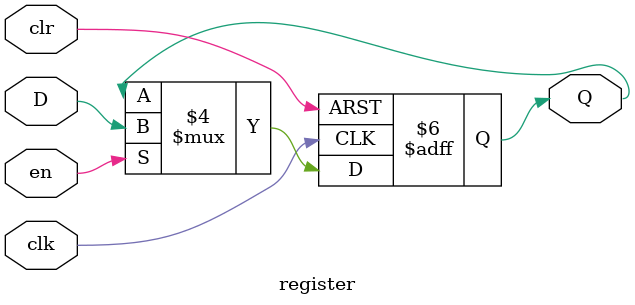
<source format=sv>
`timescale 1ns / 1ps


module register#(parameter Length=1)
   (input clk, en, clr,
   input [Length-1:0] D,
   output logic[Length-1:0] Q=0 
   );
   
always_ff @ (posedge clk, posedge clr)
begin
   if (clr)
        Q=0;
   else if (en)
        Q =D;
end
endmodule

   
 
</source>
